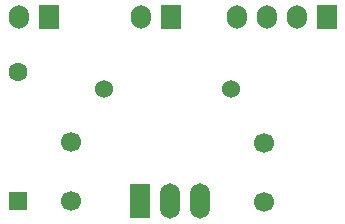
<source format=gbr>
G04*
G04 #@! TF.GenerationSoftware,Altium Limited,Altium Designer,25.1.2 (22)*
G04*
G04 Layer_Color=255*
%FSLAX24Y24*%
%MOIN*%
G70*
G04*
G04 #@! TF.SameCoordinates,545F9C5F-1BCE-4890-BA7A-5F1D09497C19*
G04*
G04*
G04 #@! TF.FilePolarity,Positive*
G04*
G01*
G75*
%ADD18C,0.0630*%
%ADD19R,0.0630X0.0630*%
%ADD22C,0.0669*%
%ADD23O,0.0669X0.0787*%
%ADD24R,0.0669X0.0787*%
%ADD25R,0.0669X0.1181*%
%ADD26O,0.0669X0.1181*%
%ADD27C,0.0600*%
D18*
X19500Y44041D02*
D03*
D19*
Y39759D02*
D03*
D22*
X27700Y41684D02*
D03*
Y39716D02*
D03*
X21281Y39759D02*
D03*
Y41728D02*
D03*
D23*
X23600Y45900D02*
D03*
X27800Y45906D02*
D03*
X28800D02*
D03*
X26800D02*
D03*
X19538Y45900D02*
D03*
D24*
X24600D02*
D03*
X29800Y45906D02*
D03*
X20538Y45900D02*
D03*
D25*
X23575Y39759D02*
D03*
D26*
X24575D02*
D03*
X25575D02*
D03*
D27*
X22374Y43500D02*
D03*
X26626D02*
D03*
M02*

</source>
